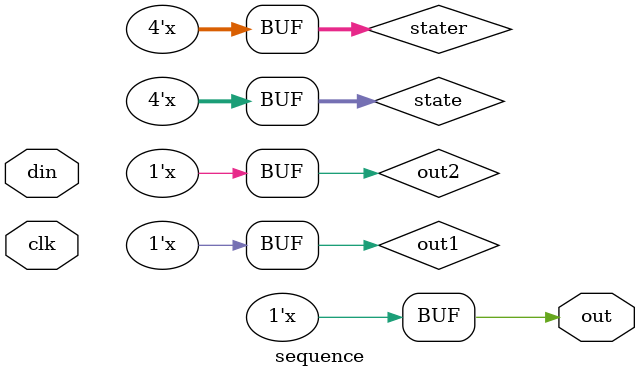
<source format=v>
`timescale 1ns / 1ps


module sequence(clk,din,out);
input clk,din;
output out;
parameter s0=0, s1=1, s2=2, s3=3, s4=4;
parameter r0=0, r1=1, r2=2, r3=3, r4=4;
reg [3:0] state,stater;
reg out1,out2;

always@(posedge clk)
    begin
    case(state)
    s0: state <= din? s0:s1;
    s1: state <= din? s2:s1;
    s2: state <= din? s3:s1;
    s3: state <= din? s0:s4;
    default state <= s0;
    endcase
    
    case(stater)
        r0: stater <= din? r1:r0;
        r1: stater <= din? r1:r2;
        r2: stater <= din? r1:r3;
        r3: stater <= din? r4:r0;
        default stater <= r0;
        endcase
    end
    
always@(state)
    begin
    case(state)
    s0: out1 = 1'b0;
    s1: out1 = 1'b0;
    s2: out1 = 1'b0;
    s3: out1 = 1'b0;//din? 1'b0:1'b1;
    s4: begin
       out1 = 1'b1;
       state = s1;
        end
    endcase

    case(stater)
    r0: out2 = 1'b0;
    r1: out2 = 1'b0;
    r2: out2 = 1'b0;
    r3: out2 = 1'b0;
    r4: begin
        out2 = 1'b1;
        stater = r1;
        end
    endcase    
    
    end

or z(out,out1,out2);    
endmodule

</source>
